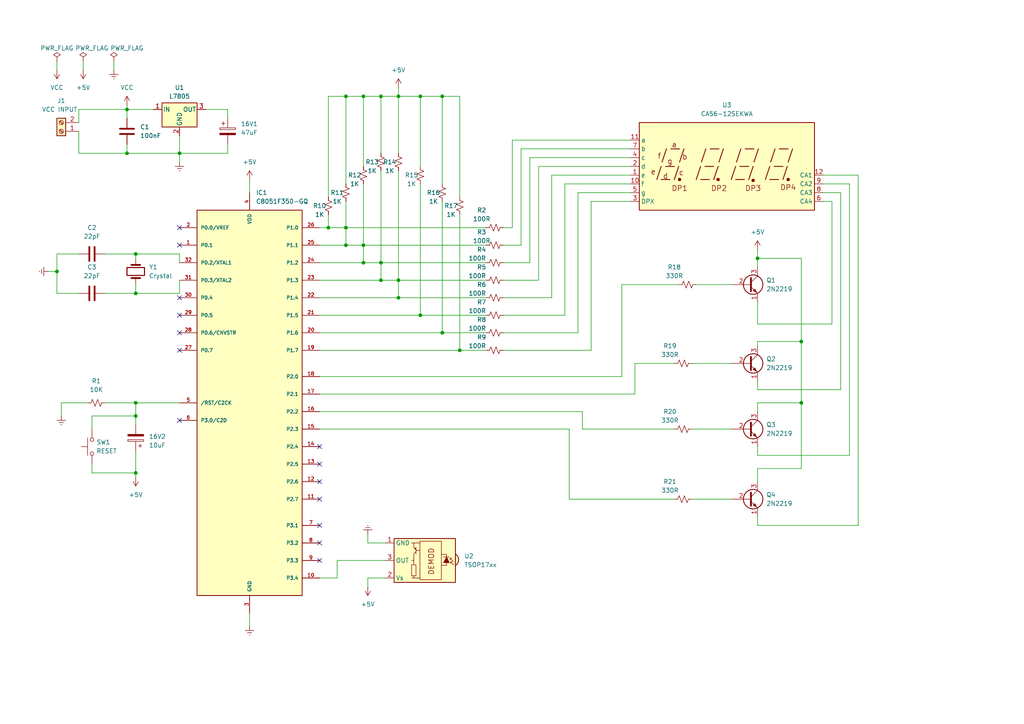
<source format=kicad_sch>
(kicad_sch (version 20230121) (generator eeschema)
  (paper "A4")
  (title_block (title "Digital Tachometer") (date "30.08.2023") (rev "1.0") (company "by Muxtar_Safarov"))
  (lib_symbols
    (symbol "C8051F350-GQ:C8051F350-GQ" (pin_names (offset 1.016))
      (property "Reference" "IC" (at -22.9107 50.9126 0))
      (property "Value" "C8051F350-GQ" (at -22.9026 45.8053 0))
      (symbol "C8051F350-GQ_0_0"
        (rectangle (start -15.24 -68.58) (end 15.24 43.18) (stroke (width 0.254)) (fill (type background)))
        (pin bidirectional line (at -20.32 33.02 0) (length 5.08) (name "P0.1") (number "1"))
        (pin bidirectional line (at 20.32 -63.5 180) (length 5.08) (name "P3.4") (number "10"))
        (pin bidirectional line (at 20.32 -40.64 180) (length 5.08) (name "P2.7") (number "11"))
        (pin bidirectional line (at 20.32 -35.56 180) (length 5.08) (name "P2.6") (number "12"))
        (pin bidirectional line (at 20.32 -30.48 180) (length 5.08) (name "P2.5") (number "13"))
        (pin bidirectional line (at 20.32 -25.4 180) (length 5.08) (name "P2.4") (number "14"))
        (pin bidirectional line (at 20.32 -20.32 180) (length 5.08) (name "P2.3") (number "15"))
        (pin bidirectional line (at 20.32 -15.24 180) (length 5.08) (name "P2.2") (number "16"))
        (pin bidirectional line (at 20.32 -10.16 180) (length 5.08) (name "P2.1") (number "17"))
        (pin bidirectional line (at 20.32 -5.08 180) (length 5.08) (name "P2.0") (number "18"))
        (pin bidirectional line (at 20.32 2.54 180) (length 5.08) (name "P1.7") (number "19"))
        (pin bidirectional line (at -20.32 38.1 0) (length 5.08) (name "P0.0/VREF") (number "2"))
        (pin bidirectional line (at 20.32 7.62 180) (length 5.08) (name "P1.6") (number "20"))
        (pin bidirectional line (at 20.32 12.7 180) (length 5.08) (name "P1.5") (number "21"))
        (pin bidirectional line (at 20.32 17.78 180) (length 5.08) (name "P1.4") (number "22"))
        (pin bidirectional line (at 20.32 22.86 180) (length 5.08) (name "P1.3") (number "23"))
        (pin bidirectional line (at 20.32 27.94 180) (length 5.08) (name "P1.2") (number "24"))
        (pin bidirectional line (at 20.32 33.02 180) (length 5.08) (name "P1.1") (number "25"))
        (pin bidirectional line (at 20.32 38.1 180) (length 5.08) (name "P1.0") (number "26"))
        (pin bidirectional line (at -20.32 2.54 0) (length 5.08) (name "P0.7") (number "27"))
        (pin bidirectional line (at -20.32 7.62 0) (length 5.08) (name "P0.6/CNVSTR") (number "28"))
        (pin bidirectional line (at -20.32 12.7 0) (length 5.08) (name "P0.5") (number "29"))
        (pin power_in line (at 0 -73.66 90) (length 5.08) (name "GND") (number "3"))
        (pin bidirectional line (at -20.32 17.78 0) (length 5.08) (name "P0.4") (number "30"))
        (pin bidirectional line (at -20.32 22.86 0) (length 5.08) (name "P0.3/XTAL2") (number "31"))
        (pin bidirectional line (at -20.32 27.94 0) (length 5.08) (name "P0.2/XTAL1") (number "32"))
        (pin power_in line (at 0 48.26 270) (length 5.08) (name "VDD") (number "4"))
        (pin bidirectional line (at -20.32 -12.7 0) (length 5.08) (name "/RST/C2CK") (number "5"))
        (pin bidirectional line (at -20.32 -17.78 0) (length 5.08) (name "P3.0/C2D") (number "6"))
        (pin bidirectional line (at 20.32 -48.26 180) (length 5.08) (name "P3.1") (number "7"))
        (pin bidirectional line (at 20.32 -53.34 180) (length 5.08) (name "P3.2") (number "8"))
        (pin bidirectional line (at 20.32 -58.42 180) (length 5.08) (name "P3.3") (number "9"))
      )
    )
    (symbol "Connector:Screw_Terminal_01x02" (pin_names (offset 1.016) hide)
      (property "Reference" "J" (at 0 2.54 0))
      (property "Value" "Screw_Terminal_01x02" (at 0 -5.08 0))
      (symbol "Screw_Terminal_01x02_1_1"
        (rectangle (start -1.27 1.27) (end 1.27 -3.81) (stroke (width 0.254)) (fill (type background)))
        (circle (center 0 -2.54) (radius 0.635) (stroke (width 0.1524)))
        (polyline (pts (xy -0.5334 -2.2098) (xy 0.3302 -3.048)) (stroke (width 0.1524)))
        (polyline (pts (xy -0.5334 0.3302) (xy 0.3302 -0.508)) (stroke (width 0.1524)))
        (polyline (pts (xy -0.3556 -2.032) (xy 0.508 -2.8702)) (stroke (width 0.1524)))
        (polyline (pts (xy -0.3556 0.508) (xy 0.508 -0.3302)) (stroke (width 0.1524)))
        (circle (center 0 0) (radius 0.635) (stroke (width 0.1524)))
        (pin passive line (at -5.08 0 0) (length 3.81) (name "Pin_1") (number "1"))
        (pin passive line (at -5.08 -2.54 0) (length 3.81) (name "Pin_2") (number "2"))
      )
    )
    (symbol "Device:C" (pin_numbers hide) (pin_names (offset 0.254))
      (property "Reference" "C" (at 0.635 2.54 0))
      (property "Value" "C" (at 0.635 -2.54 0))
      (symbol "C_0_1"
        (polyline (pts (xy -2.032 -0.762) (xy 2.032 -0.762)) (stroke (width 0.508)))
        (polyline (pts (xy -2.032 0.762) (xy 2.032 0.762)) (stroke (width 0.508)))
      )
      (symbol "C_1_1"
        (pin passive line (at 0 3.81 270) (length 2.794) (name "~") (number "1"))
        (pin passive line (at 0 -3.81 90) (length 2.794) (name "~") (number "2"))
      )
    )
    (symbol "Device:C_Polarized" (pin_numbers hide) (pin_names (offset 0.254))
      (property "Reference" "C" (at 0.635 2.54 0))
      (property "Value" "C_Polarized" (at 0.635 -2.54 0))
      (symbol "C_Polarized_0_1"
        (rectangle (start -2.286 0.508) (end 2.286 1.016))
        (polyline (pts (xy -1.778 2.286) (xy -0.762 2.286)))
        (polyline (pts (xy -1.27 2.794) (xy -1.27 1.778)))
        (rectangle (start 2.286 -0.508) (end -2.286 -1.016) (fill (type outline)))
      )
      (symbol "C_Polarized_1_1"
        (pin passive line (at 0 3.81 270) (length 2.794) (name "~") (number "1"))
        (pin passive line (at 0 -3.81 90) (length 2.794) (name "~") (number "2"))
      )
    )
    (symbol "Device:Crystal" (pin_numbers hide) (pin_names (offset 1.016) hide)
      (property "Reference" "Y" (at 0 3.81 0))
      (property "Value" "Crystal" (at 0 -3.81 0))
      (symbol "Crystal_0_1"
        (rectangle (start -1.143 2.54) (end 1.143 -2.54) (stroke (width 0.3048)))
        (polyline (pts (xy -2.54 0) (xy -1.905 0)))
        (polyline (pts (xy -1.905 -1.27) (xy -1.905 1.27)) (stroke (width 0.508)))
        (polyline (pts (xy 1.905 -1.27) (xy 1.905 1.27)) (stroke (width 0.508)))
        (polyline (pts (xy 2.54 0) (xy 1.905 0)))
      )
      (symbol "Crystal_1_1"
        (pin passive line (at -3.81 0 0) (length 1.27) (name "1") (number "1"))
        (pin passive line (at 3.81 0 180) (length 1.27) (name "2") (number "2"))
      )
    )
    (symbol "Device:R_Small_US" (pin_numbers hide) (pin_names (offset 0.254) hide)
      (property "Reference" "R" (at 0.762 0.508 0))
      (property "Value" "R_Small_US" (at 0.762 -1.016 0))
      (symbol "R_Small_US_1_1"
        (polyline (pts (xy 0 0) (xy 1.016 -0.381) (xy 0 -0.762) (xy -1.016 -1.143) (xy 0 -1.524)))
        (polyline (pts (xy 0 1.524) (xy 1.016 1.143) (xy 0 0.762) (xy -1.016 0.381) (xy 0 0)))
        (pin passive line (at 0 2.54 270) (length 1.016) (name "~") (number "1"))
        (pin passive line (at 0 -2.54 90) (length 1.016) (name "~") (number "2"))
      )
    )
    (symbol "Display_Character:CA56-12SEKWA"
      (property "Reference" "U" (at -24.13 13.97 0))
      (property "Value" "CA56-12SEKWA" (at 17.78 13.97 0))
      (symbol "CA56-12SEKWA_0_0"
        (rectangle (start -25.4 12.7) (end 25.4 -12.7) (stroke (width 0.254)) (fill (type background)))
        (polyline (pts (xy -20.32 -3.81) (xy -19.05 0)) (stroke (width 0.254)))
        (polyline (pts (xy -19.05 -3.81) (xy -16.51 -3.81)) (stroke (width 0.254)))
        (polyline (pts (xy -18.796 1.27) (xy -17.526 5.08)) (stroke (width 0.254)))
        (polyline (pts (xy -17.78 0) (xy -15.24 0)) (stroke (width 0.254)))
        (polyline (pts (xy -16.256 5.08) (xy -13.716 5.08)) (stroke (width 0.254)))
        (polyline (pts (xy -15.24 -3.81) (xy -13.97 0)) (stroke (width 0.254)))
        (polyline (pts (xy -13.716 1.27) (xy -12.446 5.08)) (stroke (width 0.254)))
        (polyline (pts (xy -8.89 -3.81) (xy -7.62 0)) (stroke (width 0.254)))
        (polyline (pts (xy -7.62 -3.81) (xy -5.08 -3.81)) (stroke (width 0.254)))
        (polyline (pts (xy -7.366 1.27) (xy -6.096 5.08)) (stroke (width 0.254)))
        (polyline (pts (xy -6.35 0) (xy -3.81 0)) (stroke (width 0.254)))
        (polyline (pts (xy -4.826 5.08) (xy -2.286 5.08)) (stroke (width 0.254)))
        (polyline (pts (xy -3.81 -3.81) (xy -2.54 0)) (stroke (width 0.254)))
        (polyline (pts (xy -2.286 1.27) (xy -1.016 5.08)) (stroke (width 0.254)))
        (polyline (pts (xy 1.27 -3.81) (xy 2.54 0)) (stroke (width 0.254)))
        (polyline (pts (xy 2.54 -3.81) (xy 5.08 -3.81)) (stroke (width 0.254)))
        (polyline (pts (xy 2.794 1.27) (xy 4.064 5.08)) (stroke (width 0.254)))
        (polyline (pts (xy 3.81 0) (xy 6.35 0)) (stroke (width 0.254)))
        (polyline (pts (xy 5.334 5.08) (xy 7.874 5.08)) (stroke (width 0.254)))
        (polyline (pts (xy 6.35 -3.81) (xy 7.62 0)) (stroke (width 0.254)))
        (polyline (pts (xy 7.874 1.27) (xy 9.144 5.08)) (stroke (width 0.254)))
        (polyline (pts (xy 11.176 -3.81) (xy 12.446 0)) (stroke (width 0.254)))
        (polyline (pts (xy 12.446 -3.81) (xy 14.986 -3.81)) (stroke (width 0.254)))
        (polyline (pts (xy 12.7 1.27) (xy 13.97 5.08)) (stroke (width 0.254)))
        (polyline (pts (xy 13.716 0) (xy 16.256 0)) (stroke (width 0.254)))
        (polyline (pts (xy 15.24 5.08) (xy 17.78 5.08)) (stroke (width 0.254)))
        (polyline (pts (xy 16.256 -3.81) (xy 17.526 0)) (stroke (width 0.254)))
        (polyline (pts (xy 17.78 1.27) (xy 19.05 5.08)) (stroke (width 0.254)))
        (text "a" (at -15.24 6.35 0) (effects (font (size 1.524 1.524))))
        (text "b" (at -12.192 2.794 0) (effects (font (size 1.524 1.524))))
        (text "c" (at -13.208 -1.778 0) (effects (font (size 1.524 1.524))))
        (text "d" (at -17.78 -2.794 0) (effects (font (size 1.524 1.524))))
        (text "DP1" (at -13.716 -6.35 0) (effects (font (size 1.524 1.524))))
        (text "DP2" (at -2.286 -6.35 0) (effects (font (size 1.524 1.524))))
        (text "DP3" (at 7.62 -6.35 0) (effects (font (size 1.524 1.524))))
        (text "DP4" (at 17.78 -6.096 0) (effects (font (size 1.524 1.524))))
        (text "e" (at -21.336 -1.524 0) (effects (font (size 1.524 1.524))))
        (text "f" (at -19.558 3.048 0) (effects (font (size 1.524 1.524))))
        (text "g" (at -16.51 1.524 0) (effects (font (size 1.524 1.524))))
      )
      (symbol "CA56-12SEKWA_0_1"
        (circle (center -13.716 -3.81) (radius 0.3556) (stroke (width 0.254)) (fill (type outline)))
        (circle (center -2.54 -3.81) (radius 0.3556) (stroke (width 0.254)) (fill (type outline)))
      )
      (symbol "CA56-12SEKWA_1_0"
        (circle (center 7.62 -4.064) (radius 0.3556) (stroke (width 0.254)) (fill (type outline)))
        (circle (center 17.78 -3.81) (radius 0.3556) (stroke (width 0.254)) (fill (type outline)))
      )
      (symbol "CA56-12SEKWA_1_1"
        (pin input line (at -27.94 -2.54 0) (length 2.54) (name "e") (number "1"))
        (pin input line (at -27.94 -5.08 0) (length 2.54) (name "f") (number "10"))
        (pin input line (at -27.94 7.62 0) (length 2.54) (name "a") (number "11"))
        (pin input line (at 27.94 -2.54 180) (length 2.54) (name "CA1") (number "12"))
        (pin input line (at -27.94 0 0) (length 2.54) (name "d") (number "2"))
        (pin input line (at -27.94 -10.16 0) (length 2.54) (name "DPX") (number "3"))
        (pin input line (at -27.94 2.54 0) (length 2.54) (name "c") (number "4"))
        (pin input line (at -27.94 -7.62 0) (length 2.54) (name "g") (number "5"))
        (pin input line (at 27.94 -10.16 180) (length 2.54) (name "CA4") (number "6"))
        (pin input line (at -27.94 5.08 0) (length 2.54) (name "b") (number "7"))
        (pin input line (at 27.94 -7.62 180) (length 2.54) (name "CA3") (number "8"))
        (pin input line (at 27.94 -5.08 180) (length 2.54) (name "CA2") (number "9"))
      )
    )
    (symbol "Interface_Optical:TSOP17xx"
      (property "Reference" "U" (at -10.16 7.62 0))
      (property "Value" "TSOP17xx" (at -10.16 -7.62 0))
      (symbol "TSOP17xx_0_0"
        (arc (start -10.287 1.397) (mid -11.0899 -0.1852) (end -10.287 -1.778) (stroke (width 0.254)) (fill (type background)))
        (polyline (pts (xy 1.905 -5.08) (xy 0.127 -5.08)))
        (polyline (pts (xy 1.905 5.08) (xy 0.127 5.08)))
        (text "DEMOD" (at -3.175 0.254 900) (effects (font (size 1.524 1.524))))
      )
      (symbol "TSOP17xx_0_1"
        (rectangle (start -6.096 5.588) (end 0.127 -5.588))
        (polyline (pts (xy -8.763 0.381) (xy -9.652 1.27)))
        (polyline (pts (xy -8.763 0.381) (xy -9.271 0.381)))
        (polyline (pts (xy -8.763 0.381) (xy -8.763 0.889)))
        (polyline (pts (xy -8.636 -0.635) (xy -9.525 0.254)))
        (polyline (pts (xy -8.636 -0.635) (xy -9.144 -0.635)))
        (polyline (pts (xy -8.636 -0.635) (xy -8.636 -0.127)))
        (polyline (pts (xy -8.382 -1.016) (xy -6.731 -1.016)))
        (polyline (pts (xy 1.27 -2.921) (xy 0.127 -2.921)))
        (polyline (pts (xy 1.27 -1.905) (xy 1.27 -3.81)))
        (polyline (pts (xy 1.397 -3.556) (xy 1.524 -3.556)))
        (polyline (pts (xy 1.651 -3.556) (xy 1.524 -3.556)))
        (polyline (pts (xy 1.651 -3.556) (xy 1.651 -3.302)))
        (polyline (pts (xy 1.905 0) (xy 1.905 1.27)))
        (polyline (pts (xy 1.905 4.445) (xy 1.905 5.08) (xy 2.54 5.08)))
        (polyline (pts (xy -8.382 0.635) (xy -6.731 0.635) (xy -7.62 -1.016) (xy -8.382 0.635)) (fill (type outline)))
        (polyline (pts (xy -6.096 1.397) (xy -7.62 1.397) (xy -7.62 -1.778) (xy -6.096 -1.778)))
        (polyline (pts (xy 1.27 -3.175) (xy 1.905 -3.81) (xy 1.905 -5.08) (xy 2.54 -5.08)))
        (polyline (pts (xy 1.27 -2.54) (xy 1.905 -1.905) (xy 1.905 0) (xy 2.54 0)))
        (rectangle (start 2.54 1.27) (end 1.27 4.445))
        (rectangle (start 7.62 6.35) (end -10.16 -6.35) (stroke (width 0.254)) (fill (type background)))
      )
      (symbol "TSOP17xx_1_1"
        (pin power_in line (at 10.16 -5.08 180) (length 2.54) (name "GND") (number "1"))
        (pin power_in line (at 10.16 5.08 180) (length 2.54) (name "Vs") (number "2"))
        (pin output line (at 10.16 0 180) (length 2.54) (name "OUT") (number "3"))
      )
    )
    (symbol "Regulator_Linear:L7805" (pin_names (offset 0.254))
      (property "Reference" "U" (at -3.81 3.175 0))
      (property "Value" "L7805" (at 0 3.175 0))
      (symbol "L7805_0_1"
        (rectangle (start -5.08 1.905) (end 5.08 -5.08) (stroke (width 0.254)) (fill (type background)))
      )
      (symbol "L7805_1_1"
        (pin power_in line (at -7.62 0 0) (length 2.54) (name "IN") (number "1"))
        (pin power_in line (at 0 -7.62 90) (length 2.54) (name "GND") (number "2"))
        (pin power_out line (at 7.62 0 180) (length 2.54) (name "OUT") (number "3"))
      )
    )
    (symbol "Switch:SW_Omron_B3FS" (pin_numbers hide) (pin_names (offset 1.016) hide)
      (property "Reference" "SW" (at 1.27 2.54 0))
      (property "Value" "SW_Omron_B3FS" (at 0 -1.524 0))
      (symbol "SW_Omron_B3FS_0_1"
        (circle (center -2.032 0) (radius 0.508))
        (polyline (pts (xy 0 1.27) (xy 0 3.048)))
        (polyline (pts (xy 2.54 1.27) (xy -2.54 1.27)))
        (circle (center 2.032 0) (radius 0.508))
        (pin passive line (at -5.08 0 0) (length 2.54) (name "1") (number "1"))
        (pin passive line (at 5.08 0 180) (length 2.54) (name "2") (number "2"))
      )
    )
    (symbol "Transistor_BJT:2N2219" (pin_names (offset 0) hide)
      (property "Reference" "Q" (at 5.08 1.905 0))
      (property "Value" "2N2219" (at 5.08 0 0))
      (symbol "2N2219_0_1"
        (polyline (pts (xy 0.635 0.635) (xy 2.54 2.54)))
        (polyline (pts (xy 0.635 -0.635) (xy 2.54 -2.54) (xy 2.54 -2.54)))
        (polyline (pts (xy 0.635 1.905) (xy 0.635 -1.905) (xy 0.635 -1.905)) (stroke (width 0.508)))
        (polyline (pts (xy 1.27 -1.778) (xy 1.778 -1.27) (xy 2.286 -2.286) (xy 1.27 -1.778) (xy 1.27 -1.778)) (fill (type outline)))
        (circle (center 1.27 0) (radius 2.8194) (stroke (width 0.254)))
      )
      (symbol "2N2219_1_1"
        (pin passive line (at 2.54 -5.08 90) (length 2.54) (name "E") (number "1"))
        (pin passive line (at -5.08 0 0) (length 5.715) (name "B") (number "2"))
        (pin passive line (at 2.54 5.08 270) (length 2.54) (name "C") (number "3"))
      )
    )
    (symbol "power:+5V" (power) (pin_names (offset 0))
      (property "Value" "+5V" (at 0 3.556 0))
      (symbol "+5V_0_1"
        (polyline (pts (xy -0.762 1.27) (xy 0 2.54)))
        (polyline (pts (xy 0 0) (xy 0 2.54)))
        (polyline (pts (xy 0 2.54) (xy 0.762 1.27)))
      )
      (symbol "+5V_1_1"
        (pin power_in line (at 0 0 90) (length 0) hide (name "+5V") (number "1"))
      )
    )
    (symbol "power:Earth" (power) (pin_names (offset 0))
      (symbol "Earth_0_1"
        (polyline (pts (xy -0.635 -1.905) (xy 0.635 -1.905)))
        (polyline (pts (xy -0.127 -2.54) (xy 0.127 -2.54)))
        (polyline (pts (xy 0 -1.27) (xy 0 0)))
        (polyline (pts (xy 1.27 -1.27) (xy -1.27 -1.27)))
      )
      (symbol "Earth_1_1"
        (pin power_in line (at 0 0 270) (length 0) hide (name "Earth") (number "1"))
      )
    )
    (symbol "power:PWR_FLAG" (power) (pin_numbers hide) (pin_names (offset 0) hide)
      (property "Value" "PWR_FLAG" (at 0 3.81 0))
      (symbol "PWR_FLAG_0_0"
        (pin power_out line (at 0 0 90) (length 0) (name "pwr") (number "1"))
      )
      (symbol "PWR_FLAG_0_1"
        (polyline (pts (xy 0 0) (xy 0 1.27) (xy -1.016 1.905) (xy 0 2.54) (xy 1.016 1.905) (xy 0 1.27)))
      )
    )
    (symbol "power:VCC" (power) (pin_names (offset 0))
      (property "Value" "VCC" (at 0 3.81 0))
      (symbol "VCC_0_1"
        (polyline (pts (xy -0.762 1.27) (xy 0 2.54)))
        (polyline (pts (xy 0 0) (xy 0 2.54)))
        (polyline (pts (xy 0 2.54) (xy 0.762 1.27)))
      )
      (symbol "VCC_1_1"
        (pin power_in line (at 0 0 90) (length 0) hide (name "VCC") (number "1"))
      )
    )
  )
  (junction (at 133.35 101.6))
  (junction (at 115.57 86.36))
  (junction (at 232.41 99.06))
  (junction (at 100.33 71.12))
  (junction (at 121.92 27.94))
  (junction (at 232.41 116.84))
  (junction (at 36.83 31.75))
  (junction (at 110.49 76.2))
  (junction (at 52.07 44.45))
  (junction (at 128.27 27.94))
  (junction (at 105.41 27.94))
  (junction (at 39.37 85.09))
  (junction (at 115.57 27.94))
  (junction (at 105.41 76.2))
  (junction (at 105.41 71.12))
  (junction (at 39.37 120.65))
  (junction (at 121.92 91.44))
  (junction (at 128.27 96.52))
  (junction (at 100.33 66.04))
  (junction (at 219.71 74.93))
  (junction (at 115.57 81.28))
  (junction (at 39.37 73.66))
  (junction (at 100.33 27.94))
  (junction (at 36.83 44.45))
  (junction (at 16.51 78.74))
  (junction (at 110.49 81.28))
  (junction (at 39.37 137.16))
  (junction (at 110.49 27.94))
  (junction (at 39.37 116.84))
  (junction (at 95.25 66.04))
  (no_connect (at 52.07 121.92))
  (no_connect (at 52.07 101.6))
  (no_connect (at 92.71 144.78))
  (no_connect (at 52.07 91.44))
  (no_connect (at 92.71 157.48))
  (no_connect (at 92.71 134.62))
  (no_connect (at 52.07 71.12))
  (no_connect (at 92.71 152.4))
  (no_connect (at 52.07 86.36))
  (no_connect (at 52.07 66.04))
  (no_connect (at 52.07 96.52))
  (no_connect (at 92.71 139.7))
  (no_connect (at 92.71 129.54))
  (no_connect (at 92.71 162.56))
  (wire (pts (xy 128.27 27.94) (xy 128.27 53.34)))
  (wire (pts (xy 232.41 99.06) (xy 232.41 116.84)))
  (wire (pts (xy 52.07 73.66) (xy 39.37 73.66)))
  (wire (pts (xy 36.83 31.75) (xy 44.45 31.75)))
  (wire (pts (xy 24.13 17.78) (xy 24.13 20.32)))
  (wire (pts (xy 232.41 135.89) (xy 232.41 116.84)))
  (wire (pts (xy 219.71 99.06) (xy 232.41 99.06)))
  (wire (pts (xy 95.25 27.94) (xy 100.33 27.94)))
  (wire (pts (xy 146.05 66.04) (xy 148.59 66.04)))
  (wire (pts (xy 92.71 91.44) (xy 121.92 91.44)))
  (wire (pts (xy 16.51 73.66) (xy 16.51 78.74)))
  (wire (pts (xy 219.71 100.33) (xy 219.71 99.06)))
  (wire (pts (xy 156.21 48.26) (xy 156.21 81.28)))
  (wire (pts (xy 92.71 71.12) (xy 100.33 71.12)))
  (wire (pts (xy 22.86 35.56) (xy 22.86 31.75)))
  (wire (pts (xy 100.33 66.04) (xy 140.97 66.04)))
  (wire (pts (xy 39.37 130.81) (xy 39.37 137.16)))
  (wire (pts (xy 92.71 124.46) (xy 165.1 124.46)))
  (wire (pts (xy 39.37 120.65) (xy 39.37 123.19)))
  (wire (pts (xy 151.13 43.18) (xy 151.13 71.12)))
  (wire (pts (xy 25.4 116.84) (xy 17.78 116.84)))
  (wire (pts (xy 219.71 93.98) (xy 241.3 93.98)))
  (wire (pts (xy 151.13 71.12) (xy 146.05 71.12)))
  (wire (pts (xy 22.86 73.66) (xy 16.51 73.66)))
  (wire (pts (xy 238.76 53.34) (xy 246.38 53.34)))
  (wire (pts (xy 52.07 44.45) (xy 52.07 46.99)))
  (wire (pts (xy 36.83 44.45) (xy 52.07 44.45)))
  (wire (pts (xy 105.41 27.94) (xy 110.49 27.94)))
  (wire (pts (xy 111.76 162.56) (xy 97.79 162.56)))
  (wire (pts (xy 115.57 25.4) (xy 115.57 27.94)))
  (wire (pts (xy 95.25 62.23) (xy 95.25 66.04)))
  (wire (pts (xy 22.86 38.1) (xy 22.86 44.45)))
  (wire (pts (xy 246.38 53.34) (xy 246.38 132.08)))
  (wire (pts (xy 16.51 17.78) (xy 16.51 20.32)))
  (wire (pts (xy 184.15 114.3) (xy 184.15 105.41)))
  (wire (pts (xy 22.86 44.45) (xy 36.83 44.45)))
  (wire (pts (xy 115.57 49.53) (xy 115.57 81.28)))
  (wire (pts (xy 100.33 58.42) (xy 100.33 66.04)))
  (wire (pts (xy 219.71 116.84) (xy 232.41 116.84)))
  (wire (pts (xy 36.83 30.48) (xy 36.83 31.75)))
  (wire (pts (xy 195.58 124.46) (xy 168.91 124.46)))
  (wire (pts (xy 16.51 78.74) (xy 13.97 78.74)))
  (wire (pts (xy 219.71 135.89) (xy 232.41 135.89)))
  (wire (pts (xy 133.35 101.6) (xy 140.97 101.6)))
  (wire (pts (xy 26.67 120.65) (xy 39.37 120.65)))
  (wire (pts (xy 115.57 81.28) (xy 110.49 81.28)))
  (wire (pts (xy 165.1 124.46) (xy 165.1 144.78)))
  (wire (pts (xy 153.67 45.72) (xy 153.67 76.2)))
  (wire (pts (xy 52.07 85.09) (xy 39.37 85.09)))
  (wire (pts (xy 201.93 82.55) (xy 212.09 82.55)))
  (wire (pts (xy 30.48 85.09) (xy 39.37 85.09)))
  (wire (pts (xy 200.66 144.78) (xy 212.09 144.78)))
  (wire (pts (xy 115.57 27.94) (xy 121.92 27.94)))
  (wire (pts (xy 167.64 96.52) (xy 146.05 96.52)))
  (wire (pts (xy 156.21 81.28) (xy 146.05 81.28)))
  (wire (pts (xy 248.92 50.8) (xy 248.92 152.4)))
  (wire (pts (xy 66.04 44.45) (xy 52.07 44.45)))
  (wire (pts (xy 128.27 27.94) (xy 133.35 27.94)))
  (wire (pts (xy 243.84 113.03) (xy 243.84 55.88)))
  (wire (pts (xy 146.05 91.44) (xy 163.83 91.44)))
  (wire (pts (xy 22.86 85.09) (xy 16.51 85.09)))
  (wire (pts (xy 16.51 85.09) (xy 16.51 78.74)))
  (wire (pts (xy 110.49 27.94) (xy 110.49 44.45)))
  (wire (pts (xy 241.3 58.42) (xy 238.76 58.42)))
  (wire (pts (xy 100.33 66.04) (xy 95.25 66.04)))
  (wire (pts (xy 182.88 55.88) (xy 167.64 55.88)))
  (wire (pts (xy 182.88 45.72) (xy 153.67 45.72)))
  (wire (pts (xy 115.57 81.28) (xy 140.97 81.28)))
  (wire (pts (xy 182.88 53.34) (xy 163.83 53.34)))
  (wire (pts (xy 100.33 53.34) (xy 100.33 27.94)))
  (wire (pts (xy 92.71 66.04) (xy 95.25 66.04)))
  (wire (pts (xy 110.49 76.2) (xy 140.97 76.2)))
  (wire (pts (xy 133.35 57.15) (xy 133.35 27.94)))
  (wire (pts (xy 92.71 86.36) (xy 115.57 86.36)))
  (wire (pts (xy 39.37 116.84) (xy 39.37 120.65)))
  (wire (pts (xy 219.71 132.08) (xy 219.71 129.54)))
  (wire (pts (xy 33.02 17.78) (xy 33.02 20.32)))
  (wire (pts (xy 105.41 71.12) (xy 105.41 76.2)))
  (wire (pts (xy 36.83 31.75) (xy 36.83 34.29)))
  (wire (pts (xy 52.07 76.2) (xy 52.07 73.66)))
  (wire (pts (xy 97.79 167.64) (xy 92.71 167.64)))
  (wire (pts (xy 248.92 152.4) (xy 219.71 152.4)))
  (wire (pts (xy 39.37 85.09) (xy 39.37 82.55)))
  (wire (pts (xy 72.39 52.07) (xy 72.39 55.88)))
  (wire (pts (xy 26.67 134.62) (xy 26.67 137.16)))
  (wire (pts (xy 110.49 27.94) (xy 115.57 27.94)))
  (wire (pts (xy 100.33 66.04) (xy 100.33 71.12)))
  (wire (pts (xy 95.25 57.15) (xy 95.25 27.94)))
  (wire (pts (xy 219.71 152.4) (xy 219.71 149.86)))
  (wire (pts (xy 121.92 27.94) (xy 128.27 27.94)))
  (wire (pts (xy 36.83 44.45) (xy 36.83 41.91)))
  (wire (pts (xy 219.71 74.93) (xy 219.71 77.47)))
  (wire (pts (xy 105.41 71.12) (xy 100.33 71.12)))
  (wire (pts (xy 92.71 114.3) (xy 184.15 114.3)))
  (wire (pts (xy 110.49 49.53) (xy 110.49 76.2)))
  (wire (pts (xy 92.71 101.6) (xy 133.35 101.6)))
  (wire (pts (xy 180.34 82.55) (xy 196.85 82.55)))
  (wire (pts (xy 180.34 109.22) (xy 180.34 82.55)))
  (wire (pts (xy 92.71 76.2) (xy 105.41 76.2)))
  (wire (pts (xy 167.64 55.88) (xy 167.64 96.52)))
  (wire (pts (xy 153.67 76.2) (xy 146.05 76.2)))
  (wire (pts (xy 200.66 124.46) (xy 212.09 124.46)))
  (wire (pts (xy 105.41 48.26) (xy 105.41 27.94)))
  (wire (pts (xy 92.71 81.28) (xy 110.49 81.28)))
  (wire (pts (xy 148.59 66.04) (xy 148.59 40.64)))
  (wire (pts (xy 110.49 76.2) (xy 105.41 76.2)))
  (wire (pts (xy 110.49 76.2) (xy 110.49 81.28)))
  (wire (pts (xy 39.37 73.66) (xy 39.37 74.93)))
  (wire (pts (xy 26.67 124.46) (xy 26.67 120.65)))
  (wire (pts (xy 30.48 73.66) (xy 39.37 73.66)))
  (wire (pts (xy 238.76 55.88) (xy 243.84 55.88)))
  (wire (pts (xy 200.66 105.41) (xy 212.09 105.41)))
  (wire (pts (xy 59.69 31.75) (xy 66.04 31.75)))
  (wire (pts (xy 241.3 93.98) (xy 241.3 58.42)))
  (wire (pts (xy 171.45 101.6) (xy 171.45 58.42)))
  (wire (pts (xy 160.02 50.8) (xy 160.02 86.36)))
  (wire (pts (xy 146.05 101.6) (xy 171.45 101.6)))
  (wire (pts (xy 92.71 96.52) (xy 128.27 96.52)))
  (wire (pts (xy 171.45 58.42) (xy 182.88 58.42)))
  (wire (pts (xy 219.71 113.03) (xy 243.84 113.03)))
  (wire (pts (xy 168.91 119.38) (xy 92.71 119.38)))
  (wire (pts (xy 168.91 124.46) (xy 168.91 119.38)))
  (wire (pts (xy 72.39 177.8) (xy 72.39 181.61)))
  (wire (pts (xy 163.83 53.34) (xy 163.83 91.44)))
  (wire (pts (xy 182.88 43.18) (xy 151.13 43.18)))
  (wire (pts (xy 121.92 53.34) (xy 121.92 91.44)))
  (wire (pts (xy 219.71 139.7) (xy 219.71 135.89)))
  (wire (pts (xy 148.59 40.64) (xy 182.88 40.64)))
  (wire (pts (xy 39.37 137.16) (xy 39.37 138.43)))
  (wire (pts (xy 66.04 34.29) (xy 66.04 31.75)))
  (wire (pts (xy 22.86 31.75) (xy 36.83 31.75)))
  (wire (pts (xy 182.88 48.26) (xy 156.21 48.26)))
  (wire (pts (xy 105.41 71.12) (xy 140.97 71.12)))
  (wire (pts (xy 26.67 137.16) (xy 39.37 137.16)))
  (wire (pts (xy 111.76 157.48) (xy 106.68 157.48)))
  (wire (pts (xy 133.35 62.23) (xy 133.35 101.6)))
  (wire (pts (xy 121.92 27.94) (xy 121.92 48.26)))
  (wire (pts (xy 128.27 96.52) (xy 140.97 96.52)))
  (wire (pts (xy 246.38 132.08) (xy 219.71 132.08)))
  (wire (pts (xy 30.48 116.84) (xy 39.37 116.84)))
  (wire (pts (xy 238.76 50.8) (xy 248.92 50.8)))
  (wire (pts (xy 219.71 74.93) (xy 232.41 74.93)))
  (wire (pts (xy 219.71 119.38) (xy 219.71 116.84)))
  (wire (pts (xy 121.92 91.44) (xy 140.97 91.44)))
  (wire (pts (xy 160.02 86.36) (xy 146.05 86.36)))
  (wire (pts (xy 115.57 81.28) (xy 115.57 86.36)))
  (wire (pts (xy 17.78 116.84) (xy 17.78 120.65)))
  (wire (pts (xy 115.57 44.45) (xy 115.57 27.94)))
  (wire (pts (xy 165.1 144.78) (xy 195.58 144.78)))
  (wire (pts (xy 66.04 41.91) (xy 66.04 44.45)))
  (wire (pts (xy 115.57 86.36) (xy 140.97 86.36)))
  (wire (pts (xy 111.76 167.64) (xy 106.68 167.64)))
  (wire (pts (xy 106.68 157.48) (xy 106.68 154.94)))
  (wire (pts (xy 184.15 105.41) (xy 195.58 105.41)))
  (wire (pts (xy 219.71 87.63) (xy 219.71 93.98)))
  (wire (pts (xy 232.41 99.06) (xy 232.41 74.93)))
  (wire (pts (xy 39.37 116.84) (xy 52.07 116.84)))
  (wire (pts (xy 52.07 39.37) (xy 52.07 44.45)))
  (wire (pts (xy 105.41 53.34) (xy 105.41 71.12)))
  (wire (pts (xy 128.27 58.42) (xy 128.27 96.52)))
  (wire (pts (xy 92.71 109.22) (xy 180.34 109.22)))
  (wire (pts (xy 219.71 72.39) (xy 219.71 74.93)))
  (wire (pts (xy 52.07 81.28) (xy 52.07 85.09)))
  (wire (pts (xy 219.71 110.49) (xy 219.71 113.03)))
  (wire (pts (xy 97.79 162.56) (xy 97.79 167.64)))
  (wire (pts (xy 106.68 167.64) (xy 106.68 170.18)))
  (wire (pts (xy 100.33 27.94) (xy 105.41 27.94)))
  (wire (pts (xy 182.88 50.8) (xy 160.02 50.8)))
  (symbol (lib_id "Device:Crystal") (at 39.37 78.74 90) (unit 1)
    (property "Reference" "Y1" (at 43.18 77.47 90) (effects (justify right)))
    (property "Value" "Crystal" (at 43.18 80.01 90) (effects (justify right)))
    (property "Footprint" "Crystal:Crystal_HC49-4H_Vertical" (effects hide))
  )
  (symbol (lib_id "power:Earth") (at 52.07 46.99 0) (unit 1)
    (property "Reference" "#PWR03" (effects hide))
    (property "Value" "Earth" (effects hide))
  )
  (symbol (lib_id "power:+5V") (at 219.71 72.39 0) (unit 1)
    (property "Reference" "#PWR013" (effects hide))
    (property "Value" "+5V" (at 219.71 67.31 0))
  )
  (symbol (lib_id "Transistor_BJT:2N2219") (at 217.17 124.46 0) (unit 1)
    (property "Reference" "Q3" (at 222.25 123.19 0) (effects (justify left)))
    (property "Value" "2N2219" (at 222.25 125.73 0) (effects (justify left)))
    (property "Footprint" "Package_TO_SOT_THT:TO-39-3" (effects hide))
    (property "Datasheet" "http://www.onsemi.com/pub_link/Collateral/2N2219-D.PDF" (effects hide))
  )
  (symbol (lib_id "Device:C") (at 36.83 38.1 0) (unit 1)
    (property "Reference" "C1" (at 40.64 36.83 0) (effects (justify left)))
    (property "Value" "100nF" (at 40.64 39.37 0) (effects (justify left)))
    (property "Footprint" "Capacitor_THT:C_Disc_D8.0mm_W5.0mm_P7.50mm" (effects hide))
  )
  (symbol (lib_id "Device:C") (at 26.67 73.66 270) (unit 1)
    (property "Reference" "C2" (at 26.67 66.04 90))
    (property "Value" "22pF" (at 26.67 68.58 90))
    (property "Footprint" "Capacitor_THT:C_Disc_D8.0mm_W5.0mm_P7.50mm" (effects hide))
  )
  (symbol (lib_id "Connector:Screw_Terminal_01x02") (at 17.78 38.1 180) (unit 1)
    (property "Reference" "J1" (at 17.78 29.21 0))
    (property "Value" "VCC INPUT " (at 17.78 31.75 0))
    (property "Footprint" "TerminalBlock_Phoenix:TerminalBlock_Phoenix_MKDS-1,5-2-5.08_1x02_P5.08mm_Horizontal" (effects hide))
  )
  (symbol (lib_id "Device:R_Small_US") (at 143.51 71.12 90) (unit 1)
    (property "Reference" "R3" (at 139.7 67.31 90))
    (property "Value" "100R" (at 139.7 69.85 90))
    (property "Footprint" "Resistor_THT:R_Axial_DIN0207_L6.3mm_D2.5mm_P15.24mm_Horizontal" (effects hide))
  )
  (symbol (lib_id "Display_Character:CA56-12SEKWA") (at 210.82 48.26 0) (unit 1)
    (property "Reference" "U3" (at 210.82 30.48 0))
    (property "Value" "CA56-12SEKWA" (at 210.82 33.02 0))
    (property "Footprint" "Display_7Segment:CA56-12SEKWA" (effects hide))
    (property "Datasheet" "http://www.kingbright.com/attachments/file/psearch/000/00/00/CA56-12SEKWA(Ver.7A).pdf" (effects hide))
  )
  (symbol (lib_id "Interface_Optical:TSOP17xx") (at 121.92 162.56 180) (unit 1)
    (property "Reference" "U2" (at 134.62 161.29 0) (effects (justify right)))
    (property "Value" "TSOP17xx" (at 134.62 163.83 0) (effects (justify right)))
    (property "Footprint" "OptoDevice:Vishay_CAST-3Pin" (effects hide))
    (property "Datasheet" "http://www.micropik.com/PDF/tsop17xx.pdf" (effects hide))
  )
  (symbol (lib_id "power:+5V") (at 72.39 52.07 0) (unit 1)
    (property "Reference" "#PWR08" (effects hide))
    (property "Value" "+5V" (at 72.39 46.99 0))
  )
  (symbol (lib_id "power:Earth") (at 17.78 120.65 0) (unit 1)
    (property "Reference" "#PWR01" (effects hide))
    (property "Value" "Earth" (effects hide))
  )
  (symbol (lib_id "Device:R_Small_US") (at 100.33 55.88 0) (unit 1)
    (property "Reference" "R11" (at 97.79 55.88 0))
    (property "Value" "1K" (at 97.79 58.42 0))
    (property "Footprint" "Resistor_THT:R_Axial_DIN0207_L6.3mm_D2.5mm_P15.24mm_Horizontal" (effects hide))
  )
  (symbol (lib_id "power:+5V") (at 39.37 138.43 180) (unit 1)
    (property "Reference" "#PWR02" (effects hide))
    (property "Value" "+5V" (at 39.37 143.51 0))
  )
  (symbol (lib_id "Device:C_Polarized") (at 39.37 127 180) (unit 1)
    (property "Reference" "16V2" (at 43.18 126.619 0) (effects (justify right)))
    (property "Value" "10uF" (at 43.18 129.159 0) (effects (justify right)))
    (property "Footprint" "Capacitor_THT:CP_Radial_D12.5mm_P7.50mm" (effects hide))
  )
  (symbol (lib_id "power:+5V") (at 115.57 25.4 0) (unit 1)
    (property "Reference" "#PWR012" (effects hide))
    (property "Value" "+5V" (at 115.57 20.32 0))
  )
  (symbol (lib_id "Device:R_Small_US") (at 198.12 105.41 90) (unit 1)
    (property "Reference" "R19" (at 194.31 100.33 90))
    (property "Value" "330R" (at 194.31 102.87 90))
    (property "Footprint" "Resistor_THT:R_Axial_DIN0207_L6.3mm_D2.5mm_P15.24mm_Horizontal" (effects hide))
  )
  (symbol (lib_id "Device:R_Small_US") (at 143.51 66.04 90) (unit 1)
    (property "Reference" "R2" (at 139.7 60.96 90))
    (property "Value" "100R" (at 139.7 63.5 90))
    (property "Footprint" "Resistor_THT:R_Axial_DIN0207_L6.3mm_D2.5mm_P15.24mm_Horizontal" (effects hide))
  )
  (symbol (lib_id "Transistor_BJT:2N2219") (at 217.17 82.55 0) (unit 1)
    (property "Reference" "Q1" (at 222.25 81.28 0) (effects (justify left)))
    (property "Value" "2N2219" (at 222.25 83.82 0) (effects (justify left)))
    (property "Footprint" "Package_TO_SOT_THT:TO-39-3" (effects hide))
    (property "Datasheet" "http://www.onsemi.com/pub_link/Collateral/2N2219-D.PDF" (effects hide))
  )
  (symbol (lib_id "Regulator_Linear:L7805") (at 52.07 31.75 0) (unit 1)
    (property "Reference" "U1" (at 52.07 25.4 0))
    (property "Value" "L7805" (at 52.07 27.94 0))
    (property "Footprint" "Package_TO_SOT_THT:TO-220-3_Vertical" (effects hide))
    (property "Datasheet" "http://www.st.com/content/ccc/resource/technical/document/datasheet/41/4f/b3/b0/12/d4/47/88/CD00000444.pdf/files/CD00000444.pdf/jcr:content/translations/en.CD00000444.pdf" (effects hide))
  )
  (symbol (lib_id "Switch:SW_Omron_B3FS") (at 26.67 129.54 90) (unit 1)
    (property "Reference" "SW1" (at 27.94 128.27 90) (effects (justify right)))
    (property "Value" "RESET" (at 27.94 130.81 90) (effects (justify right)))
    (property "Footprint" "Button_Switch_THT:SW_Tactile_Straight_KSA0Axx1LFTR" (effects hide))
    (property "Datasheet" "https://omronfs.omron.com/en_US/ecb/products/pdf/en-b3fs.pdf" (effects hide))
  )
  (symbol (lib_id "Device:R_Small_US") (at 121.92 50.8 0) (unit 1)
    (property "Reference" "R15" (at 119.38 50.8 0))
    (property "Value" "1K" (at 119.38 53.34 0))
    (property "Footprint" "Resistor_THT:R_Axial_DIN0207_L6.3mm_D2.5mm_P15.24mm_Horizontal" (effects hide))
  )
  (symbol (lib_id "Device:R_Small_US") (at 115.57 46.99 0) (unit 1)
    (property "Reference" "R14" (at 113.03 46.99 0))
    (property "Value" "1K" (at 113.03 49.53 0))
    (property "Footprint" "Resistor_THT:R_Axial_DIN0207_L6.3mm_D2.5mm_P15.24mm_Horizontal" (effects hide))
  )
  (symbol (lib_id "Device:R_Small_US") (at 199.39 82.55 90) (unit 1)
    (property "Reference" "R18" (at 195.58 77.47 90))
    (property "Value" "330R" (at 195.58 80.01 90))
    (property "Footprint" "Resistor_THT:R_Axial_DIN0207_L6.3mm_D2.5mm_P15.24mm_Horizontal" (effects hide))
  )
  (symbol (lib_id "Device:R_Small_US") (at 27.94 116.84 90) (unit 1)
    (property "Reference" "R1" (at 27.94 110.49 90))
    (property "Value" "10K" (at 27.94 113.03 90))
    (property "Footprint" "Resistor_THT:R_Axial_DIN0207_L6.3mm_D2.5mm_P15.24mm_Horizontal" (effects hide))
  )
  (symbol (lib_id "Device:R_Small_US") (at 143.51 76.2 90) (unit 1)
    (property "Reference" "R4" (at 139.7 72.39 90))
    (property "Value" "100R" (at 138.43 74.93 90))
    (property "Footprint" "Resistor_THT:R_Axial_DIN0207_L6.3mm_D2.5mm_P15.24mm_Horizontal" (effects hide))
  )
  (symbol (lib_id "Device:R_Small_US") (at 143.51 86.36 90) (unit 1)
    (property "Reference" "R6" (at 139.7 82.55 90))
    (property "Value" "100R" (at 138.43 85.09 90))
    (property "Footprint" "Resistor_THT:R_Axial_DIN0207_L6.3mm_D2.5mm_P15.24mm_Horizontal" (effects hide))
  )
  (symbol (lib_id "Device:R_Small_US") (at 198.12 124.46 90) (unit 1)
    (property "Reference" "R20" (at 194.31 119.38 90))
    (property "Value" "330R" (at 194.31 121.92 90))
    (property "Footprint" "Resistor_THT:R_Axial_DIN0207_L6.3mm_D2.5mm_P15.24mm_Horizontal" (effects hide))
  )
  (symbol (lib_id "Device:R_Small_US") (at 110.49 46.99 0) (unit 1)
    (property "Reference" "R13" (at 107.95 46.99 0))
    (property "Value" "1K" (at 107.95 49.53 0))
    (property "Footprint" "Resistor_THT:R_Axial_DIN0207_L6.3mm_D2.5mm_P15.24mm_Horizontal" (effects hide))
  )
  (symbol (lib_id "Device:R_Small_US") (at 105.41 50.8 0) (unit 1)
    (property "Reference" "R12" (at 102.87 50.8 0))
    (property "Value" "1K" (at 102.87 53.34 0))
    (property "Footprint" "Resistor_THT:R_Axial_DIN0207_L6.3mm_D2.5mm_P15.24mm_Horizontal" (effects hide))
  )
  (symbol (lib_id "Device:R_Small_US") (at 95.25 59.69 0) (unit 1)
    (property "Reference" "R10" (at 92.71 59.69 0))
    (property "Value" "1K" (at 92.71 62.23 0))
    (property "Footprint" "Resistor_THT:R_Axial_DIN0207_L6.3mm_D2.5mm_P15.24mm_Horizontal" (effects hide))
  )
  (symbol (lib_id "Device:C_Polarized") (at 66.04 38.1 0) (unit 1)
    (property "Reference" "16V1" (at 69.85 35.941 0) (effects (justify left)))
    (property "Value" "47uF" (at 69.85 38.481 0) (effects (justify left)))
    (property "Footprint" "Capacitor_THT:CP_Radial_D12.5mm_P7.50mm" (effects hide))
  )
  (symbol (lib_id "power:VCC") (at 36.83 30.48 0) (unit 1)
    (property "Reference" "#PWR014" (effects hide))
    (property "Value" "VCC" (at 36.83 25.4 0))
  )
  (symbol (lib_id "power:Earth") (at 72.39 181.61 0) (unit 1)
    (property "Reference" "#PWR09" (effects hide))
    (property "Value" "Earth" (effects hide))
  )
  (symbol (lib_id "power:PWR_FLAG") (at 33.02 17.78 0) (unit 1)
    (property "Reference" "#FLG02" (effects hide))
    (property "Value" "PWR_FLAG" (at 36.83 13.97 0))
  )
  (symbol (lib_id "power:Earth") (at 33.02 20.32 0) (unit 1)
    (property "Reference" "#PWR06" (effects hide))
    (property "Value" "Earth" (effects hide))
  )
  (symbol (lib_id "power:VCC") (at 16.51 20.32 180) (unit 1)
    (property "Reference" "#PWR015" (effects hide))
    (property "Value" "VCC" (at 16.51 25.4 0))
  )
  (symbol (lib_id "Device:R_Small_US") (at 143.51 91.44 90) (unit 1)
    (property "Reference" "R7" (at 139.7 87.63 90))
    (property "Value" "100R" (at 138.43 90.17 90))
    (property "Footprint" "Resistor_THT:R_Axial_DIN0207_L6.3mm_D2.5mm_P15.24mm_Horizontal" (effects hide))
  )
  (symbol (lib_id "power:+5V") (at 106.68 170.18 180) (unit 1)
    (property "Reference" "#PWR011" (effects hide))
    (property "Value" "+5V" (at 106.68 175.26 0))
  )
  (symbol (lib_id "power:Earth") (at 106.68 154.94 180) (unit 1)
    (property "Reference" "#PWR010" (effects hide))
    (property "Value" "Earth" (effects hide))
  )
  (symbol (lib_id "Device:R_Small_US") (at 198.12 144.78 90) (unit 1)
    (property "Reference" "R21" (at 194.31 139.7 90))
    (property "Value" "330R" (at 194.31 142.24 90))
    (property "Footprint" "Resistor_THT:R_Axial_DIN0207_L6.3mm_D2.5mm_P15.24mm_Horizontal" (effects hide))
  )
  (symbol (lib_id "Transistor_BJT:2N2219") (at 217.17 144.78 0) (unit 1)
    (property "Reference" "Q4" (at 222.25 143.51 0) (effects (justify left)))
    (property "Value" "2N2219" (at 222.25 146.05 0) (effects (justify left)))
    (property "Footprint" "Package_TO_SOT_THT:TO-39-3" (effects hide))
    (property "Datasheet" "http://www.onsemi.com/pub_link/Collateral/2N2219-D.PDF" (effects hide))
  )
  (symbol (lib_id "Device:R_Small_US") (at 143.51 96.52 90) (unit 1)
    (property "Reference" "R8" (at 139.7 92.71 90))
    (property "Value" "100R" (at 138.43 95.25 90))
    (property "Footprint" "Resistor_THT:R_Axial_DIN0207_L6.3mm_D2.5mm_P15.24mm_Horizontal" (effects hide))
  )
  (symbol (lib_id "C8051F350-GQ:C8051F350-GQ") (at 72.39 104.14 0) (unit 1)
    (property "Reference" "IC1" (at 74.2189 55.88 0) (effects (justify left)))
    (property "Value" "C8051F350-GQ" (at 74.2189 58.42 0) (effects (justify left)))
    (property "Footprint" "Package_DIP:DIP-40_W15.24mm" (effects hide))
    (property "MF" "Silicon Labs" (effects hide))
    (property "Description" "\n8051 C8051F35x Microcontroller IC 8-Bit 50MHz 8KB (8K x 8) FLASH 32-LQFP (7x7)\n" (effects hide))
    (property "Package" "LQFP-32 Silicon Labs" (effects hide))
    (property "Price" "None" (effects hide))
    (property "SnapEDA_Link" "https://www.snapeda.com/parts/C8051F350-GQ/Silicon+Labs/view-part/?ref=snap" (effects hide))
    (property "MP" "C8051F350-GQ" (effects hide))
    (property "Purchase-URL" "https://www.snapeda.com/api/url_track_click_mouser/?unipart_id=136601&manufacturer=Silicon Labs&part_name=C8051F350-GQ&search_term=None" (effects hide))
    (property "Availability" "In Stock" (effects hide))
    (property "Check_prices" "https://www.snapeda.com/parts/C8051F350-GQ/Silicon+Labs/view-part/?ref=eda" (effects hide))
  )
  (symbol (lib_id "Device:C") (at 26.67 85.09 270) (unit 1)
    (property "Reference" "C3" (at 26.67 77.47 90))
    (property "Value" "22pF" (at 26.67 80.01 90))
    (property "Footprint" "Capacitor_THT:C_Disc_D8.0mm_W5.0mm_P7.50mm" (effects hide))
  )
  (symbol (lib_id "Device:R_Small_US") (at 133.35 59.69 0) (unit 1)
    (property "Reference" "R17" (at 130.81 59.69 0))
    (property "Value" "1K" (at 130.81 62.23 0))
    (property "Footprint" "Resistor_THT:R_Axial_DIN0207_L6.3mm_D2.5mm_P15.24mm_Horizontal" (effects hide))
  )
  (symbol (lib_id "Device:R_Small_US") (at 128.27 55.88 0) (unit 1)
    (property "Reference" "R16" (at 125.73 55.88 0))
    (property "Value" "1K" (at 125.73 58.42 0))
    (property "Footprint" "Resistor_THT:R_Axial_DIN0207_L6.3mm_D2.5mm_P15.24mm_Horizontal" (effects hide))
  )
  (symbol (lib_id "power:PWR_FLAG") (at 24.13 17.78 0) (unit 1)
    (property "Reference" "#FLG01" (effects hide))
    (property "Value" "PWR_FLAG" (at 26.67 13.97 0))
  )
  (symbol (lib_id "power:PWR_FLAG") (at 16.51 17.78 0) (unit 1)
    (property "Reference" "#FLG03" (effects hide))
    (property "Value" "PWR_FLAG" (at 16.51 13.97 0))
  )
  (symbol (lib_id "Device:R_Small_US") (at 143.51 81.28 90) (unit 1)
    (property "Reference" "R5" (at 139.7 77.47 90))
    (property "Value" "100R" (at 138.43 80.01 90))
    (property "Footprint" "Resistor_THT:R_Axial_DIN0207_L6.3mm_D2.5mm_P15.24mm_Horizontal" (effects hide))
  )
  (symbol (lib_id "power:+5V") (at 24.13 20.32 180) (unit 1)
    (property "Reference" "#PWR05" (effects hide))
    (property "Value" "+5V" (at 24.13 25.4 0))
  )
  (symbol (lib_id "power:Earth") (at 13.97 78.74 270) (unit 1)
    (property "Reference" "#PWR07" (effects hide))
    (property "Value" "Earth" (effects hide))
  )
  (symbol (lib_id "Transistor_BJT:2N2219") (at 217.17 105.41 0) (unit 1)
    (property "Reference" "Q2" (at 222.25 104.14 0) (effects (justify left)))
    (property "Value" "2N2219" (at 222.25 106.68 0) (effects (justify left)))
    (property "Footprint" "Package_TO_SOT_THT:TO-39-3" (effects hide))
    (property "Datasheet" "http://www.onsemi.com/pub_link/Collateral/2N2219-D.PDF" (effects hide))
  )
  (symbol (lib_id "Device:R_Small_US") (at 143.51 101.6 90) (unit 1)
    (property "Reference" "R9" (at 139.7 97.79 90))
    (property "Value" "100R" (at 138.43 100.33 90))
    (property "Footprint" "Resistor_THT:R_Axial_DIN0207_L6.3mm_D2.5mm_P15.24mm_Horizontal" (effects hide))
  )
)
</source>
